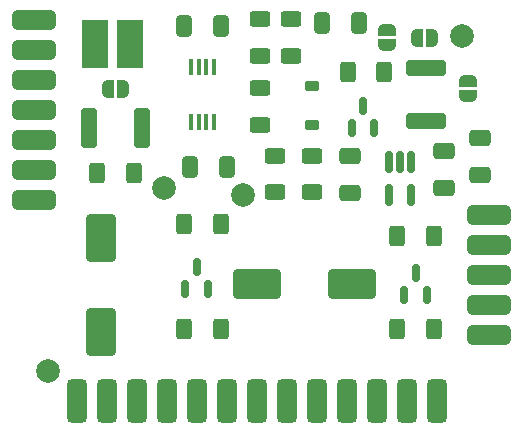
<source format=gts>
G04 #@! TF.GenerationSoftware,KiCad,Pcbnew,7.0.5-0*
G04 #@! TF.CreationDate,2024-02-05T02:53:32-05:00*
G04 #@! TF.ProjectId,boostlet,626f6f73-746c-4657-942e-6b696361645f,rev?*
G04 #@! TF.SameCoordinates,Original*
G04 #@! TF.FileFunction,Soldermask,Top*
G04 #@! TF.FilePolarity,Negative*
%FSLAX46Y46*%
G04 Gerber Fmt 4.6, Leading zero omitted, Abs format (unit mm)*
G04 Created by KiCad (PCBNEW 7.0.5-0) date 2024-02-05 02:53:32*
%MOMM*%
%LPD*%
G01*
G04 APERTURE LIST*
G04 Aperture macros list*
%AMRoundRect*
0 Rectangle with rounded corners*
0 $1 Rounding radius*
0 $2 $3 $4 $5 $6 $7 $8 $9 X,Y pos of 4 corners*
0 Add a 4 corners polygon primitive as box body*
4,1,4,$2,$3,$4,$5,$6,$7,$8,$9,$2,$3,0*
0 Add four circle primitives for the rounded corners*
1,1,$1+$1,$2,$3*
1,1,$1+$1,$4,$5*
1,1,$1+$1,$6,$7*
1,1,$1+$1,$8,$9*
0 Add four rect primitives between the rounded corners*
20,1,$1+$1,$2,$3,$4,$5,0*
20,1,$1+$1,$4,$5,$6,$7,0*
20,1,$1+$1,$6,$7,$8,$9,0*
20,1,$1+$1,$8,$9,$2,$3,0*%
%AMFreePoly0*
4,1,19,0.000000,0.744911,0.071157,0.744911,0.207708,0.704816,0.327430,0.627875,0.420627,0.520320,0.479746,0.390866,0.500000,0.250000,0.500000,-0.250000,0.479746,-0.390866,0.420627,-0.520320,0.327430,-0.627875,0.207708,-0.704816,0.071157,-0.744911,0.000000,-0.744911,0.000000,-0.750000,-0.500000,-0.750000,-0.500000,0.750000,0.000000,0.750000,0.000000,0.744911,0.000000,0.744911,
$1*%
%AMFreePoly1*
4,1,19,0.500000,-0.750000,0.000000,-0.750000,0.000000,-0.744911,-0.071157,-0.744911,-0.207708,-0.704816,-0.327430,-0.627875,-0.420627,-0.520320,-0.479746,-0.390866,-0.500000,-0.250000,-0.500000,0.250000,-0.479746,0.390866,-0.420627,0.520320,-0.327430,0.627875,-0.207708,0.704816,-0.071157,0.744911,0.000000,0.744911,0.000000,0.750000,0.500000,0.750000,0.500000,-0.750000,0.500000,-0.750000,
$1*%
G04 Aperture macros list end*
%ADD10RoundRect,0.425000X0.425000X-1.425000X0.425000X1.425000X-0.425000X1.425000X-0.425000X-1.425000X0*%
%ADD11R,2.209800X4.064000*%
%ADD12RoundRect,0.425000X1.425000X0.425000X-1.425000X0.425000X-1.425000X-0.425000X1.425000X-0.425000X0*%
%ADD13FreePoly0,90.000000*%
%ADD14FreePoly1,90.000000*%
%ADD15RoundRect,0.150000X-0.150000X0.755500X-0.150000X-0.755500X0.150000X-0.755500X0.150000X0.755500X0*%
%ADD16R,0.381000X1.447800*%
%ADD17RoundRect,0.250000X-1.450000X0.400000X-1.450000X-0.400000X1.450000X-0.400000X1.450000X0.400000X0*%
%ADD18RoundRect,0.425000X-1.425000X-0.425000X1.425000X-0.425000X1.425000X0.425000X-1.425000X0.425000X0*%
%ADD19RoundRect,0.250000X-0.400000X-0.625000X0.400000X-0.625000X0.400000X0.625000X-0.400000X0.625000X0*%
%ADD20RoundRect,0.150000X0.150000X-0.587500X0.150000X0.587500X-0.150000X0.587500X-0.150000X-0.587500X0*%
%ADD21RoundRect,0.225000X-0.375000X0.225000X-0.375000X-0.225000X0.375000X-0.225000X0.375000X0.225000X0*%
%ADD22RoundRect,0.250000X-1.750000X-1.000000X1.750000X-1.000000X1.750000X1.000000X-1.750000X1.000000X0*%
%ADD23FreePoly1,180.000000*%
%ADD24FreePoly0,180.000000*%
%ADD25RoundRect,0.250000X0.625000X-0.400000X0.625000X0.400000X-0.625000X0.400000X-0.625000X-0.400000X0*%
%ADD26C,2.000000*%
%ADD27RoundRect,0.250000X-0.625000X0.400000X-0.625000X-0.400000X0.625000X-0.400000X0.625000X0.400000X0*%
%ADD28RoundRect,0.250000X0.650000X-0.412500X0.650000X0.412500X-0.650000X0.412500X-0.650000X-0.412500X0*%
%ADD29RoundRect,0.250000X0.400000X1.450000X-0.400000X1.450000X-0.400000X-1.450000X0.400000X-1.450000X0*%
%ADD30FreePoly0,0.000000*%
%ADD31FreePoly1,0.000000*%
%ADD32RoundRect,0.250000X-0.412500X-0.650000X0.412500X-0.650000X0.412500X0.650000X-0.412500X0.650000X0*%
%ADD33RoundRect,0.250000X0.412500X0.650000X-0.412500X0.650000X-0.412500X-0.650000X0.412500X-0.650000X0*%
%ADD34RoundRect,0.250000X1.000000X-1.750000X1.000000X1.750000X-1.000000X1.750000X-1.000000X-1.750000X0*%
G04 APERTURE END LIST*
D10*
G04 #@! TO.C,J1*
X107696000Y-113808000D03*
X110236000Y-113808000D03*
X112776000Y-113808000D03*
X115316000Y-113808000D03*
X117856000Y-113808000D03*
X120396000Y-113808000D03*
X122936000Y-113808000D03*
X125476000Y-113808000D03*
X128016000Y-113808000D03*
X130556000Y-113808000D03*
X133096000Y-113808000D03*
X135636000Y-113808000D03*
X138176000Y-113808000D03*
G04 #@! TD*
D11*
G04 #@! TO.C,L1*
X109283500Y-83566000D03*
X112204500Y-83566000D03*
G04 #@! TD*
D12*
G04 #@! TO.C,J3*
X142637000Y-108204000D03*
X142637000Y-105664000D03*
X142637000Y-103124000D03*
X142637000Y-100584000D03*
X142637000Y-98044000D03*
G04 #@! TD*
D13*
G04 #@! TO.C,JP4*
X140843000Y-86726000D03*
D14*
X140843000Y-88026000D03*
G04 #@! TD*
D15*
G04 #@! TO.C,U2*
X136012000Y-93621000D03*
X135062000Y-93621000D03*
X134112000Y-93621000D03*
X134112000Y-96382000D03*
X136012000Y-96382000D03*
G04 #@! TD*
D16*
G04 #@! TO.C,U1*
X117388640Y-85559900D03*
X118038880Y-85559900D03*
X118689120Y-85559900D03*
X119339360Y-85559900D03*
X119339360Y-90208100D03*
X118689120Y-90208100D03*
X118038880Y-90208100D03*
X117388640Y-90208100D03*
G04 #@! TD*
D17*
G04 #@! TO.C,F2*
X137287000Y-85659000D03*
X137287000Y-90109000D03*
G04 #@! TD*
D18*
G04 #@! TO.C,J2*
X104124000Y-81554000D03*
X104124000Y-84094000D03*
X104124000Y-86634000D03*
X104124000Y-89174000D03*
X104124000Y-91714000D03*
X104124000Y-94254000D03*
X104124000Y-96794000D03*
G04 #@! TD*
D19*
G04 #@! TO.C,R11*
X130657000Y-85979000D03*
X133757000Y-85979000D03*
G04 #@! TD*
D20*
G04 #@! TO.C,Q3*
X131003000Y-90726500D03*
X132903000Y-90726500D03*
X131953000Y-88851500D03*
G04 #@! TD*
D21*
G04 #@! TO.C,D2*
X127635000Y-90423000D03*
X127635000Y-87123000D03*
G04 #@! TD*
D22*
G04 #@! TO.C,C1*
X131000000Y-103886000D03*
X123000000Y-103886000D03*
G04 #@! TD*
D23*
G04 #@! TO.C,JP2*
X137810000Y-83058000D03*
D24*
X136510000Y-83058000D03*
G04 #@! TD*
D25*
G04 #@! TO.C,R8*
X125857000Y-81508000D03*
X125857000Y-84608000D03*
G04 #@! TD*
D19*
G04 #@! TO.C,R3*
X112548000Y-94488000D03*
X109448000Y-94488000D03*
G04 #@! TD*
D14*
G04 #@! TO.C,JP3*
X133985000Y-83708000D03*
D13*
X133985000Y-82408000D03*
G04 #@! TD*
D26*
G04 #@! TO.C,FID1*
X105283000Y-111252000D03*
G04 #@! TD*
D25*
G04 #@! TO.C,R9*
X124460000Y-93065000D03*
X124460000Y-96165000D03*
G04 #@! TD*
D27*
G04 #@! TO.C,R7*
X123190000Y-81508000D03*
X123190000Y-84608000D03*
G04 #@! TD*
D19*
G04 #@! TO.C,R1*
X137948000Y-107696000D03*
X134848000Y-107696000D03*
G04 #@! TD*
D28*
G04 #@! TO.C,C6*
X141859000Y-91528500D03*
X141859000Y-94653500D03*
G04 #@! TD*
D26*
G04 #@! TO.C,FID3*
X140335000Y-82931000D03*
G04 #@! TD*
D20*
G04 #@! TO.C,Q1*
X136398000Y-102948500D03*
X137348000Y-104823500D03*
X135448000Y-104823500D03*
G04 #@! TD*
D29*
G04 #@! TO.C,F1*
X113223000Y-90678000D03*
X108773000Y-90678000D03*
G04 #@! TD*
D20*
G04 #@! TO.C,Q2*
X117856000Y-102440500D03*
X118806000Y-104315500D03*
X116906000Y-104315500D03*
G04 #@! TD*
D19*
G04 #@! TO.C,R2*
X137948000Y-99822000D03*
X134848000Y-99822000D03*
G04 #@! TD*
D30*
G04 #@! TO.C,JP1*
X111648000Y-87376000D03*
D31*
X110348000Y-87376000D03*
G04 #@! TD*
D19*
G04 #@! TO.C,R4*
X119914000Y-107696000D03*
X116814000Y-107696000D03*
G04 #@! TD*
D28*
G04 #@! TO.C,C8*
X138811000Y-92671500D03*
X138811000Y-95796500D03*
G04 #@! TD*
D19*
G04 #@! TO.C,R5*
X119914000Y-98806000D03*
X116814000Y-98806000D03*
G04 #@! TD*
D32*
G04 #@! TO.C,C5*
X119926500Y-82042000D03*
X116801500Y-82042000D03*
G04 #@! TD*
D26*
G04 #@! TO.C,FID2*
X115062000Y-95758000D03*
G04 #@! TD*
D27*
G04 #@! TO.C,R10*
X127635000Y-96165000D03*
X127635000Y-93065000D03*
G04 #@! TD*
D32*
G04 #@! TO.C,C7*
X131610500Y-81788000D03*
X128485500Y-81788000D03*
G04 #@! TD*
D33*
G04 #@! TO.C,C2*
X117309500Y-93980000D03*
X120434500Y-93980000D03*
G04 #@! TD*
D28*
G04 #@! TO.C,C3*
X130810000Y-93052500D03*
X130810000Y-96177500D03*
G04 #@! TD*
D27*
G04 #@! TO.C,R6*
X123190000Y-87350000D03*
X123190000Y-90450000D03*
G04 #@! TD*
D34*
G04 #@! TO.C,C4*
X109728000Y-108013000D03*
X109728000Y-100013000D03*
G04 #@! TD*
D26*
G04 #@! TO.C,FID4*
X121793000Y-96393000D03*
G04 #@! TD*
M02*

</source>
